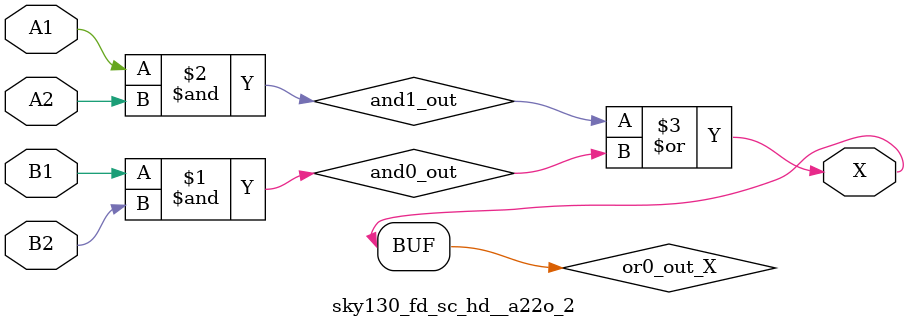
<source format=v>
/*
 * Copyright 2020 The SkyWater PDK Authors
 *
 * Licensed under the Apache License, Version 2.0 (the "License");
 * you may not use this file except in compliance with the License.
 * You may obtain a copy of the License at
 *
 *     https://www.apache.org/licenses/LICENSE-2.0
 *
 * Unless required by applicable law or agreed to in writing, software
 * distributed under the License is distributed on an "AS IS" BASIS,
 * WITHOUT WARRANTIES OR CONDITIONS OF ANY KIND, either express or implied.
 * See the License for the specific language governing permissions and
 * limitations under the License.
 *
 * SPDX-License-Identifier: Apache-2.0
*/


`ifndef SKY130_FD_SC_HD__A22O_2_FUNCTIONAL_V
`define SKY130_FD_SC_HD__A22O_2_FUNCTIONAL_V

/**
 * a22o: 2-input AND into both inputs of 2-input OR.
 *
 *       X = ((A1 & A2) | (B1 & B2))
 *
 * Verilog simulation functional model.
 */

`timescale 1ns / 1ps
`default_nettype none

`celldefine
module sky130_fd_sc_hd__a22o_2 (
    X ,
    A1,
    A2,
    B1,
    B2
);

    // Module ports
    output X ;
    input  A1;
    input  A2;
    input  B1;
    input  B2;

    // Local signals
    wire and0_out ;
    wire and1_out ;
    wire or0_out_X;

    //  Name  Output     Other arguments
    and and0 (and0_out , B1, B2            );
    and and1 (and1_out , A1, A2            );
    or  or0  (or0_out_X, and1_out, and0_out);
    buf buf0 (X        , or0_out_X         );

endmodule
`endcelldefine

`default_nettype wire
`endif  // SKY130_FD_SC_HD__A22O_2_FUNCTIONAL_V

</source>
